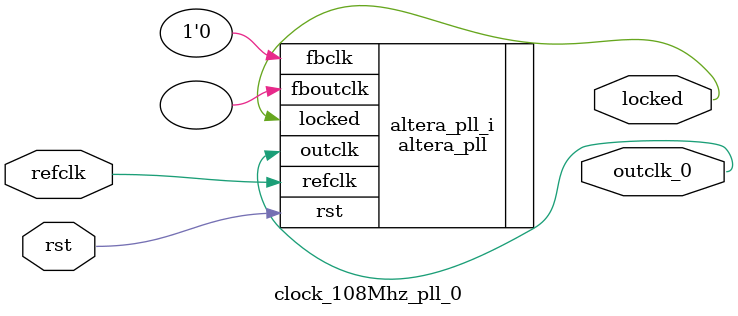
<source format=v>
`timescale 1ns/10ps
module  clock_108Mhz_pll_0(

	// interface 'refclk'
	input wire refclk,

	// interface 'reset'
	input wire rst,

	// interface 'outclk0'
	output wire outclk_0,

	// interface 'locked'
	output wire locked
);

	altera_pll #(
		.fractional_vco_multiplier("false"),
		.reference_clock_frequency("24.0 MHz"),
		.operation_mode("direct"),
		.number_of_clocks(1),
		.output_clock_frequency0("108.000000 MHz"),
		.phase_shift0("0 ps"),
		.duty_cycle0(50),
		.output_clock_frequency1("0 MHz"),
		.phase_shift1("0 ps"),
		.duty_cycle1(50),
		.output_clock_frequency2("0 MHz"),
		.phase_shift2("0 ps"),
		.duty_cycle2(50),
		.output_clock_frequency3("0 MHz"),
		.phase_shift3("0 ps"),
		.duty_cycle3(50),
		.output_clock_frequency4("0 MHz"),
		.phase_shift4("0 ps"),
		.duty_cycle4(50),
		.output_clock_frequency5("0 MHz"),
		.phase_shift5("0 ps"),
		.duty_cycle5(50),
		.output_clock_frequency6("0 MHz"),
		.phase_shift6("0 ps"),
		.duty_cycle6(50),
		.output_clock_frequency7("0 MHz"),
		.phase_shift7("0 ps"),
		.duty_cycle7(50),
		.output_clock_frequency8("0 MHz"),
		.phase_shift8("0 ps"),
		.duty_cycle8(50),
		.output_clock_frequency9("0 MHz"),
		.phase_shift9("0 ps"),
		.duty_cycle9(50),
		.output_clock_frequency10("0 MHz"),
		.phase_shift10("0 ps"),
		.duty_cycle10(50),
		.output_clock_frequency11("0 MHz"),
		.phase_shift11("0 ps"),
		.duty_cycle11(50),
		.output_clock_frequency12("0 MHz"),
		.phase_shift12("0 ps"),
		.duty_cycle12(50),
		.output_clock_frequency13("0 MHz"),
		.phase_shift13("0 ps"),
		.duty_cycle13(50),
		.output_clock_frequency14("0 MHz"),
		.phase_shift14("0 ps"),
		.duty_cycle14(50),
		.output_clock_frequency15("0 MHz"),
		.phase_shift15("0 ps"),
		.duty_cycle15(50),
		.output_clock_frequency16("0 MHz"),
		.phase_shift16("0 ps"),
		.duty_cycle16(50),
		.output_clock_frequency17("0 MHz"),
		.phase_shift17("0 ps"),
		.duty_cycle17(50),
		.pll_type("General"),
		.pll_subtype("General")
	) altera_pll_i (
		.rst	(rst),
		.outclk	({outclk_0}),
		.locked	(locked),
		.fboutclk	( ),
		.fbclk	(1'b0),
		.refclk	(refclk)
	);
endmodule


</source>
